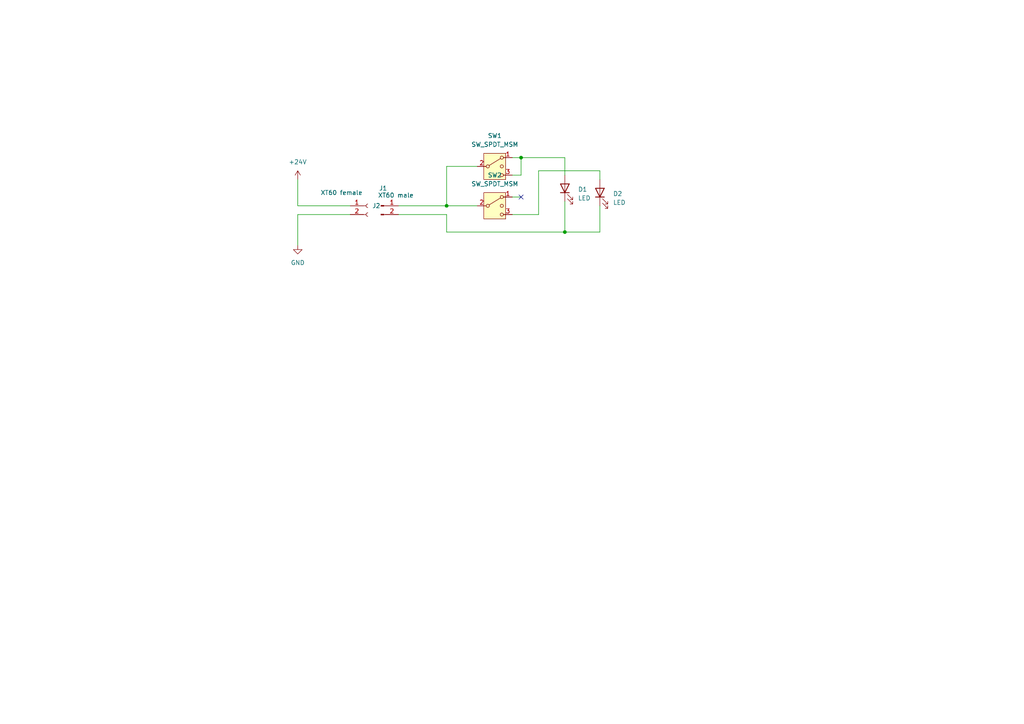
<source format=kicad_sch>
(kicad_sch
	(version 20231120)
	(generator "eeschema")
	(generator_version "8.0")
	(uuid "1487c1b6-c8ad-47b7-83a7-d1e8aedeb0bd")
	(paper "A4")
	(lib_symbols
		(symbol "Connector:Conn_01x02_Pin"
			(pin_names
				(offset 1.016) hide)
			(exclude_from_sim no)
			(in_bom yes)
			(on_board yes)
			(property "Reference" "J"
				(at 0 2.54 0)
				(effects
					(font
						(size 1.27 1.27)
					)
				)
			)
			(property "Value" "Conn_01x02_Pin"
				(at 0 -5.08 0)
				(effects
					(font
						(size 1.27 1.27)
					)
				)
			)
			(property "Footprint" ""
				(at 0 0 0)
				(effects
					(font
						(size 1.27 1.27)
					)
					(hide yes)
				)
			)
			(property "Datasheet" "~"
				(at 0 0 0)
				(effects
					(font
						(size 1.27 1.27)
					)
					(hide yes)
				)
			)
			(property "Description" "Generic connector, single row, 01x02, script generated"
				(at 0 0 0)
				(effects
					(font
						(size 1.27 1.27)
					)
					(hide yes)
				)
			)
			(property "ki_locked" ""
				(at 0 0 0)
				(effects
					(font
						(size 1.27 1.27)
					)
				)
			)
			(property "ki_keywords" "connector"
				(at 0 0 0)
				(effects
					(font
						(size 1.27 1.27)
					)
					(hide yes)
				)
			)
			(property "ki_fp_filters" "Connector*:*_1x??_*"
				(at 0 0 0)
				(effects
					(font
						(size 1.27 1.27)
					)
					(hide yes)
				)
			)
			(symbol "Conn_01x02_Pin_1_1"
				(polyline
					(pts
						(xy 1.27 -2.54) (xy 0.8636 -2.54)
					)
					(stroke
						(width 0.1524)
						(type default)
					)
					(fill
						(type none)
					)
				)
				(polyline
					(pts
						(xy 1.27 0) (xy 0.8636 0)
					)
					(stroke
						(width 0.1524)
						(type default)
					)
					(fill
						(type none)
					)
				)
				(rectangle
					(start 0.8636 -2.413)
					(end 0 -2.667)
					(stroke
						(width 0.1524)
						(type default)
					)
					(fill
						(type outline)
					)
				)
				(rectangle
					(start 0.8636 0.127)
					(end 0 -0.127)
					(stroke
						(width 0.1524)
						(type default)
					)
					(fill
						(type outline)
					)
				)
				(pin passive line
					(at 5.08 0 180)
					(length 3.81)
					(name "Pin_1"
						(effects
							(font
								(size 1.27 1.27)
							)
						)
					)
					(number "1"
						(effects
							(font
								(size 1.27 1.27)
							)
						)
					)
				)
				(pin passive line
					(at 5.08 -2.54 180)
					(length 3.81)
					(name "Pin_2"
						(effects
							(font
								(size 1.27 1.27)
							)
						)
					)
					(number "2"
						(effects
							(font
								(size 1.27 1.27)
							)
						)
					)
				)
			)
		)
		(symbol "Connector:Conn_01x02_Socket"
			(pin_names
				(offset 1.016) hide)
			(exclude_from_sim no)
			(in_bom yes)
			(on_board yes)
			(property "Reference" "J"
				(at 0 2.54 0)
				(effects
					(font
						(size 1.27 1.27)
					)
				)
			)
			(property "Value" "Conn_01x02_Socket"
				(at 0 -5.08 0)
				(effects
					(font
						(size 1.27 1.27)
					)
				)
			)
			(property "Footprint" ""
				(at 0 0 0)
				(effects
					(font
						(size 1.27 1.27)
					)
					(hide yes)
				)
			)
			(property "Datasheet" "~"
				(at 0 0 0)
				(effects
					(font
						(size 1.27 1.27)
					)
					(hide yes)
				)
			)
			(property "Description" "Generic connector, single row, 01x02, script generated"
				(at 0 0 0)
				(effects
					(font
						(size 1.27 1.27)
					)
					(hide yes)
				)
			)
			(property "ki_locked" ""
				(at 0 0 0)
				(effects
					(font
						(size 1.27 1.27)
					)
				)
			)
			(property "ki_keywords" "connector"
				(at 0 0 0)
				(effects
					(font
						(size 1.27 1.27)
					)
					(hide yes)
				)
			)
			(property "ki_fp_filters" "Connector*:*_1x??_*"
				(at 0 0 0)
				(effects
					(font
						(size 1.27 1.27)
					)
					(hide yes)
				)
			)
			(symbol "Conn_01x02_Socket_1_1"
				(arc
					(start 0 -2.032)
					(mid -0.5058 -2.54)
					(end 0 -3.048)
					(stroke
						(width 0.1524)
						(type default)
					)
					(fill
						(type none)
					)
				)
				(polyline
					(pts
						(xy -1.27 -2.54) (xy -0.508 -2.54)
					)
					(stroke
						(width 0.1524)
						(type default)
					)
					(fill
						(type none)
					)
				)
				(polyline
					(pts
						(xy -1.27 0) (xy -0.508 0)
					)
					(stroke
						(width 0.1524)
						(type default)
					)
					(fill
						(type none)
					)
				)
				(arc
					(start 0 0.508)
					(mid -0.5058 0)
					(end 0 -0.508)
					(stroke
						(width 0.1524)
						(type default)
					)
					(fill
						(type none)
					)
				)
				(pin passive line
					(at -5.08 0 0)
					(length 3.81)
					(name "Pin_1"
						(effects
							(font
								(size 1.27 1.27)
							)
						)
					)
					(number "1"
						(effects
							(font
								(size 1.27 1.27)
							)
						)
					)
				)
				(pin passive line
					(at -5.08 -2.54 0)
					(length 3.81)
					(name "Pin_2"
						(effects
							(font
								(size 1.27 1.27)
							)
						)
					)
					(number "2"
						(effects
							(font
								(size 1.27 1.27)
							)
						)
					)
				)
			)
		)
		(symbol "Device:LED"
			(pin_numbers hide)
			(pin_names
				(offset 1.016) hide)
			(exclude_from_sim no)
			(in_bom yes)
			(on_board yes)
			(property "Reference" "D"
				(at 0 2.54 0)
				(effects
					(font
						(size 1.27 1.27)
					)
				)
			)
			(property "Value" "LED"
				(at 0 -2.54 0)
				(effects
					(font
						(size 1.27 1.27)
					)
				)
			)
			(property "Footprint" ""
				(at 0 0 0)
				(effects
					(font
						(size 1.27 1.27)
					)
					(hide yes)
				)
			)
			(property "Datasheet" "~"
				(at 0 0 0)
				(effects
					(font
						(size 1.27 1.27)
					)
					(hide yes)
				)
			)
			(property "Description" "Light emitting diode"
				(at 0 0 0)
				(effects
					(font
						(size 1.27 1.27)
					)
					(hide yes)
				)
			)
			(property "ki_keywords" "LED diode"
				(at 0 0 0)
				(effects
					(font
						(size 1.27 1.27)
					)
					(hide yes)
				)
			)
			(property "ki_fp_filters" "LED* LED_SMD:* LED_THT:*"
				(at 0 0 0)
				(effects
					(font
						(size 1.27 1.27)
					)
					(hide yes)
				)
			)
			(symbol "LED_0_1"
				(polyline
					(pts
						(xy -1.27 -1.27) (xy -1.27 1.27)
					)
					(stroke
						(width 0.254)
						(type default)
					)
					(fill
						(type none)
					)
				)
				(polyline
					(pts
						(xy -1.27 0) (xy 1.27 0)
					)
					(stroke
						(width 0)
						(type default)
					)
					(fill
						(type none)
					)
				)
				(polyline
					(pts
						(xy 1.27 -1.27) (xy 1.27 1.27) (xy -1.27 0) (xy 1.27 -1.27)
					)
					(stroke
						(width 0.254)
						(type default)
					)
					(fill
						(type none)
					)
				)
				(polyline
					(pts
						(xy -3.048 -0.762) (xy -4.572 -2.286) (xy -3.81 -2.286) (xy -4.572 -2.286) (xy -4.572 -1.524)
					)
					(stroke
						(width 0)
						(type default)
					)
					(fill
						(type none)
					)
				)
				(polyline
					(pts
						(xy -1.778 -0.762) (xy -3.302 -2.286) (xy -2.54 -2.286) (xy -3.302 -2.286) (xy -3.302 -1.524)
					)
					(stroke
						(width 0)
						(type default)
					)
					(fill
						(type none)
					)
				)
			)
			(symbol "LED_1_1"
				(pin passive line
					(at -3.81 0 0)
					(length 2.54)
					(name "K"
						(effects
							(font
								(size 1.27 1.27)
							)
						)
					)
					(number "1"
						(effects
							(font
								(size 1.27 1.27)
							)
						)
					)
				)
				(pin passive line
					(at 3.81 0 180)
					(length 2.54)
					(name "A"
						(effects
							(font
								(size 1.27 1.27)
							)
						)
					)
					(number "2"
						(effects
							(font
								(size 1.27 1.27)
							)
						)
					)
				)
			)
		)
		(symbol "Switch:SW_SPDT_MSM"
			(pin_names
				(offset 0) hide)
			(exclude_from_sim no)
			(in_bom yes)
			(on_board yes)
			(property "Reference" "SW"
				(at 0 5.08 0)
				(effects
					(font
						(size 1.27 1.27)
					)
				)
			)
			(property "Value" "SW_SPDT_MSM"
				(at 0 -5.08 0)
				(effects
					(font
						(size 1.27 1.27)
					)
				)
			)
			(property "Footprint" ""
				(at -13.97 11.43 0)
				(effects
					(font
						(size 1.27 1.27)
					)
					(hide yes)
				)
			)
			(property "Datasheet" "~"
				(at 0 -7.62 0)
				(effects
					(font
						(size 1.27 1.27)
					)
					(hide yes)
				)
			)
			(property "Description" "Switch, single pole double throw, center OFF position"
				(at 0 0 0)
				(effects
					(font
						(size 1.27 1.27)
					)
					(hide yes)
				)
			)
			(property "ki_keywords" "switch spdt single-pole double-throw ON-OFF-ON"
				(at 0 0 0)
				(effects
					(font
						(size 1.27 1.27)
					)
					(hide yes)
				)
			)
			(symbol "SW_SPDT_MSM_0_1"
				(circle
					(center -2.032 0)
					(radius 0.4572)
					(stroke
						(width 0)
						(type default)
					)
					(fill
						(type none)
					)
				)
				(polyline
					(pts
						(xy -1.651 0.254) (xy 1.651 2.286)
					)
					(stroke
						(width 0)
						(type default)
					)
					(fill
						(type none)
					)
				)
				(circle
					(center 2.032 -2.54)
					(radius 0.4572)
					(stroke
						(width 0)
						(type default)
					)
					(fill
						(type none)
					)
				)
				(circle
					(center 2.032 0)
					(radius 0.4572)
					(stroke
						(width 0)
						(type default)
					)
					(fill
						(type none)
					)
				)
				(circle
					(center 2.032 2.54)
					(radius 0.4572)
					(stroke
						(width 0)
						(type default)
					)
					(fill
						(type none)
					)
				)
			)
			(symbol "SW_SPDT_MSM_1_1"
				(rectangle
					(start -3.175 3.81)
					(end 3.175 -3.81)
					(stroke
						(width 0)
						(type default)
					)
					(fill
						(type background)
					)
				)
				(pin passive line
					(at 5.08 2.54 180)
					(length 2.54)
					(name "1"
						(effects
							(font
								(size 1.27 1.27)
							)
						)
					)
					(number "1"
						(effects
							(font
								(size 1.27 1.27)
							)
						)
					)
				)
				(pin passive line
					(at -5.08 0 0)
					(length 2.54)
					(name "3"
						(effects
							(font
								(size 1.27 1.27)
							)
						)
					)
					(number "2"
						(effects
							(font
								(size 1.27 1.27)
							)
						)
					)
				)
				(pin passive line
					(at 5.08 -2.54 180)
					(length 2.54)
					(name "4"
						(effects
							(font
								(size 1.27 1.27)
							)
						)
					)
					(number "3"
						(effects
							(font
								(size 1.27 1.27)
							)
						)
					)
				)
			)
		)
		(symbol "power:+24V"
			(power)
			(pin_numbers hide)
			(pin_names
				(offset 0) hide)
			(exclude_from_sim no)
			(in_bom yes)
			(on_board yes)
			(property "Reference" "#PWR"
				(at 0 -3.81 0)
				(effects
					(font
						(size 1.27 1.27)
					)
					(hide yes)
				)
			)
			(property "Value" "+24V"
				(at 0 3.556 0)
				(effects
					(font
						(size 1.27 1.27)
					)
				)
			)
			(property "Footprint" ""
				(at 0 0 0)
				(effects
					(font
						(size 1.27 1.27)
					)
					(hide yes)
				)
			)
			(property "Datasheet" ""
				(at 0 0 0)
				(effects
					(font
						(size 1.27 1.27)
					)
					(hide yes)
				)
			)
			(property "Description" "Power symbol creates a global label with name \"+24V\""
				(at 0 0 0)
				(effects
					(font
						(size 1.27 1.27)
					)
					(hide yes)
				)
			)
			(property "ki_keywords" "global power"
				(at 0 0 0)
				(effects
					(font
						(size 1.27 1.27)
					)
					(hide yes)
				)
			)
			(symbol "+24V_0_1"
				(polyline
					(pts
						(xy -0.762 1.27) (xy 0 2.54)
					)
					(stroke
						(width 0)
						(type default)
					)
					(fill
						(type none)
					)
				)
				(polyline
					(pts
						(xy 0 0) (xy 0 2.54)
					)
					(stroke
						(width 0)
						(type default)
					)
					(fill
						(type none)
					)
				)
				(polyline
					(pts
						(xy 0 2.54) (xy 0.762 1.27)
					)
					(stroke
						(width 0)
						(type default)
					)
					(fill
						(type none)
					)
				)
			)
			(symbol "+24V_1_1"
				(pin power_in line
					(at 0 0 90)
					(length 0)
					(name "~"
						(effects
							(font
								(size 1.27 1.27)
							)
						)
					)
					(number "1"
						(effects
							(font
								(size 1.27 1.27)
							)
						)
					)
				)
			)
		)
		(symbol "power:GND"
			(power)
			(pin_numbers hide)
			(pin_names
				(offset 0) hide)
			(exclude_from_sim no)
			(in_bom yes)
			(on_board yes)
			(property "Reference" "#PWR"
				(at 0 -6.35 0)
				(effects
					(font
						(size 1.27 1.27)
					)
					(hide yes)
				)
			)
			(property "Value" "GND"
				(at 0 -3.81 0)
				(effects
					(font
						(size 1.27 1.27)
					)
				)
			)
			(property "Footprint" ""
				(at 0 0 0)
				(effects
					(font
						(size 1.27 1.27)
					)
					(hide yes)
				)
			)
			(property "Datasheet" ""
				(at 0 0 0)
				(effects
					(font
						(size 1.27 1.27)
					)
					(hide yes)
				)
			)
			(property "Description" "Power symbol creates a global label with name \"GND\" , ground"
				(at 0 0 0)
				(effects
					(font
						(size 1.27 1.27)
					)
					(hide yes)
				)
			)
			(property "ki_keywords" "global power"
				(at 0 0 0)
				(effects
					(font
						(size 1.27 1.27)
					)
					(hide yes)
				)
			)
			(symbol "GND_0_1"
				(polyline
					(pts
						(xy 0 0) (xy 0 -1.27) (xy 1.27 -1.27) (xy 0 -2.54) (xy -1.27 -1.27) (xy 0 -1.27)
					)
					(stroke
						(width 0)
						(type default)
					)
					(fill
						(type none)
					)
				)
			)
			(symbol "GND_1_1"
				(pin power_in line
					(at 0 0 270)
					(length 0)
					(name "~"
						(effects
							(font
								(size 1.27 1.27)
							)
						)
					)
					(number "1"
						(effects
							(font
								(size 1.27 1.27)
							)
						)
					)
				)
			)
		)
	)
	(junction
		(at 163.83 67.31)
		(diameter 0)
		(color 0 0 0 0)
		(uuid "4949058a-9b42-439d-8360-02dae6af581b")
	)
	(junction
		(at 151.13 45.72)
		(diameter 0)
		(color 0 0 0 0)
		(uuid "74639d77-50bf-4769-a88c-f4cbf52f773a")
	)
	(junction
		(at 129.54 59.69)
		(diameter 0)
		(color 0 0 0 0)
		(uuid "d94be8fe-36e2-4f05-811d-4ca71338ac41")
	)
	(no_connect
		(at 151.13 57.15)
		(uuid "2d283897-6804-43dd-9b1b-bf2bfe327814")
	)
	(wire
		(pts
			(xy 151.13 45.72) (xy 163.83 45.72)
		)
		(stroke
			(width 0)
			(type default)
		)
		(uuid "063fa3e8-d952-486d-a75e-cd19511bbff7")
	)
	(wire
		(pts
			(xy 86.36 59.69) (xy 101.6 59.69)
		)
		(stroke
			(width 0)
			(type default)
		)
		(uuid "0e6834ad-b9f5-4d73-b2d5-040d6dc49c2e")
	)
	(wire
		(pts
			(xy 129.54 62.23) (xy 115.57 62.23)
		)
		(stroke
			(width 0)
			(type default)
		)
		(uuid "1744dad8-5ea6-4dbd-834b-063d349243ba")
	)
	(wire
		(pts
			(xy 148.59 50.8) (xy 151.13 50.8)
		)
		(stroke
			(width 0)
			(type default)
		)
		(uuid "2010a547-4bc6-4a1b-9f02-201badd3f381")
	)
	(wire
		(pts
			(xy 86.36 62.23) (xy 101.6 62.23)
		)
		(stroke
			(width 0)
			(type default)
		)
		(uuid "2e7f4142-cf67-4e59-99da-952c7b1088e8")
	)
	(wire
		(pts
			(xy 86.36 52.07) (xy 86.36 59.69)
		)
		(stroke
			(width 0)
			(type default)
		)
		(uuid "3f8f8ed7-3875-4b55-b9e7-26e55a2a8ae1")
	)
	(wire
		(pts
			(xy 148.59 57.15) (xy 151.13 57.15)
		)
		(stroke
			(width 0)
			(type default)
		)
		(uuid "47d2d2e0-2205-4c19-83b0-6da8551199e6")
	)
	(wire
		(pts
			(xy 173.99 59.69) (xy 173.99 67.31)
		)
		(stroke
			(width 0)
			(type default)
		)
		(uuid "66972004-5812-4cb1-882a-3bcc082a5402")
	)
	(wire
		(pts
			(xy 129.54 48.26) (xy 138.43 48.26)
		)
		(stroke
			(width 0)
			(type default)
		)
		(uuid "6c6e0234-5590-4614-9e17-e75042d52c78")
	)
	(wire
		(pts
			(xy 163.83 67.31) (xy 173.99 67.31)
		)
		(stroke
			(width 0)
			(type default)
		)
		(uuid "7110df56-59c1-414a-a1e9-68e6b51c2649")
	)
	(wire
		(pts
			(xy 86.36 71.12) (xy 86.36 62.23)
		)
		(stroke
			(width 0)
			(type default)
		)
		(uuid "87e06a25-8c30-45cd-8f2f-b0b96135a5da")
	)
	(wire
		(pts
			(xy 129.54 59.69) (xy 129.54 48.26)
		)
		(stroke
			(width 0)
			(type default)
		)
		(uuid "94ad02a5-da33-465e-b6e0-409f711c3173")
	)
	(wire
		(pts
			(xy 163.83 58.42) (xy 163.83 67.31)
		)
		(stroke
			(width 0)
			(type default)
		)
		(uuid "9c7025df-b13e-4d55-be34-87ee680fd627")
	)
	(wire
		(pts
			(xy 163.83 45.72) (xy 163.83 50.8)
		)
		(stroke
			(width 0)
			(type default)
		)
		(uuid "b1891451-6f01-4f97-9223-158a438d4747")
	)
	(wire
		(pts
			(xy 129.54 67.31) (xy 163.83 67.31)
		)
		(stroke
			(width 0)
			(type default)
		)
		(uuid "b259e990-707e-4439-964f-5123113b67e2")
	)
	(wire
		(pts
			(xy 115.57 59.69) (xy 129.54 59.69)
		)
		(stroke
			(width 0)
			(type default)
		)
		(uuid "ba40d657-cac2-4b6a-bee2-30b47717a5d9")
	)
	(wire
		(pts
			(xy 148.59 45.72) (xy 151.13 45.72)
		)
		(stroke
			(width 0)
			(type default)
		)
		(uuid "c85e89aa-775c-4713-871c-1e4799dc4f0b")
	)
	(wire
		(pts
			(xy 156.21 49.53) (xy 156.21 62.23)
		)
		(stroke
			(width 0)
			(type default)
		)
		(uuid "ccca019c-5eda-4a3d-92da-ae5b151afaab")
	)
	(wire
		(pts
			(xy 156.21 49.53) (xy 173.99 49.53)
		)
		(stroke
			(width 0)
			(type default)
		)
		(uuid "d04eb8be-4848-4caf-a2b9-44220dd00ded")
	)
	(wire
		(pts
			(xy 151.13 50.8) (xy 151.13 45.72)
		)
		(stroke
			(width 0)
			(type default)
		)
		(uuid "d754ae00-a174-4b67-baf5-32b6c3ef4d8a")
	)
	(wire
		(pts
			(xy 129.54 59.69) (xy 138.43 59.69)
		)
		(stroke
			(width 0)
			(type default)
		)
		(uuid "db28167a-03b9-4b32-a1cb-18a48036b29b")
	)
	(wire
		(pts
			(xy 156.21 62.23) (xy 148.59 62.23)
		)
		(stroke
			(width 0)
			(type default)
		)
		(uuid "e70935ff-1cfd-4d23-814b-4192128705cd")
	)
	(wire
		(pts
			(xy 129.54 67.31) (xy 129.54 62.23)
		)
		(stroke
			(width 0)
			(type default)
		)
		(uuid "eb08c8d8-8f85-4f61-bee2-4c9d4782ef89")
	)
	(wire
		(pts
			(xy 173.99 49.53) (xy 173.99 52.07)
		)
		(stroke
			(width 0)
			(type default)
		)
		(uuid "f8dfd025-65e7-4450-ac86-ee36119e7c50")
	)
	(symbol
		(lib_id "Device:LED")
		(at 173.99 55.88 90)
		(unit 1)
		(exclude_from_sim no)
		(in_bom yes)
		(on_board yes)
		(dnp no)
		(fields_autoplaced yes)
		(uuid "0ac2ab9e-a815-4fc4-9577-83cf009cdfe0")
		(property "Reference" "D2"
			(at 177.8 56.1974 90)
			(effects
				(font
					(size 1.27 1.27)
				)
				(justify right)
			)
		)
		(property "Value" "LED"
			(at 177.8 58.7374 90)
			(effects
				(font
					(size 1.27 1.27)
				)
				(justify right)
			)
		)
		(property "Footprint" ""
			(at 173.99 55.88 0)
			(effects
				(font
					(size 1.27 1.27)
				)
				(hide yes)
			)
		)
		(property "Datasheet" "~"
			(at 173.99 55.88 0)
			(effects
				(font
					(size 1.27 1.27)
				)
				(hide yes)
			)
		)
		(property "Description" "Light emitting diode"
			(at 173.99 55.88 0)
			(effects
				(font
					(size 1.27 1.27)
				)
				(hide yes)
			)
		)
		(pin "2"
			(uuid "d291c7fe-afc4-4914-be08-5d72db272e61")
		)
		(pin "1"
			(uuid "db754fdf-c9d3-408a-b5df-76dde664bb0a")
		)
		(instances
			(project "led-wiring"
				(path "/1487c1b6-c8ad-47b7-83a7-d1e8aedeb0bd"
					(reference "D2")
					(unit 1)
				)
			)
		)
	)
	(symbol
		(lib_id "power:+24V")
		(at 86.36 52.07 0)
		(unit 1)
		(exclude_from_sim no)
		(in_bom yes)
		(on_board yes)
		(dnp no)
		(fields_autoplaced yes)
		(uuid "114bcccf-455d-40f5-9034-18896db1e02f")
		(property "Reference" "#PWR01"
			(at 86.36 55.88 0)
			(effects
				(font
					(size 1.27 1.27)
				)
				(hide yes)
			)
		)
		(property "Value" "+24V"
			(at 86.36 46.99 0)
			(effects
				(font
					(size 1.27 1.27)
				)
			)
		)
		(property "Footprint" ""
			(at 86.36 52.07 0)
			(effects
				(font
					(size 1.27 1.27)
				)
				(hide yes)
			)
		)
		(property "Datasheet" ""
			(at 86.36 52.07 0)
			(effects
				(font
					(size 1.27 1.27)
				)
				(hide yes)
			)
		)
		(property "Description" "Power symbol creates a global label with name \"+24V\""
			(at 86.36 52.07 0)
			(effects
				(font
					(size 1.27 1.27)
				)
				(hide yes)
			)
		)
		(pin "1"
			(uuid "8b817c8e-7923-414f-8015-ee129b6efc2f")
		)
		(instances
			(project "led-wiring"
				(path "/1487c1b6-c8ad-47b7-83a7-d1e8aedeb0bd"
					(reference "#PWR01")
					(unit 1)
				)
			)
		)
	)
	(symbol
		(lib_id "Switch:SW_SPDT_MSM")
		(at 143.51 48.26 0)
		(unit 1)
		(exclude_from_sim no)
		(in_bom yes)
		(on_board yes)
		(dnp no)
		(fields_autoplaced yes)
		(uuid "46a6f533-c49d-43f5-9031-2deb57ba6d3a")
		(property "Reference" "SW1"
			(at 143.51 39.37 0)
			(effects
				(font
					(size 1.27 1.27)
				)
			)
		)
		(property "Value" "SW_SPDT_MSM"
			(at 143.51 41.91 0)
			(effects
				(font
					(size 1.27 1.27)
				)
			)
		)
		(property "Footprint" ""
			(at 129.54 36.83 0)
			(effects
				(font
					(size 1.27 1.27)
				)
				(hide yes)
			)
		)
		(property "Datasheet" "~"
			(at 143.51 55.88 0)
			(effects
				(font
					(size 1.27 1.27)
				)
				(hide yes)
			)
		)
		(property "Description" "Switch, single pole double throw, center OFF position"
			(at 143.51 48.26 0)
			(effects
				(font
					(size 1.27 1.27)
				)
				(hide yes)
			)
		)
		(pin "1"
			(uuid "e55552d2-f941-4891-bbaa-06b6a2359aa4")
		)
		(pin "3"
			(uuid "6ba00b33-018f-4f86-9cf1-031e6db54af0")
		)
		(pin "2"
			(uuid "89968f1c-b8dd-44b9-ad70-54419d105a3b")
		)
		(instances
			(project "led-wiring"
				(path "/1487c1b6-c8ad-47b7-83a7-d1e8aedeb0bd"
					(reference "SW1")
					(unit 1)
				)
			)
		)
	)
	(symbol
		(lib_id "Connector:Conn_01x02_Socket")
		(at 106.68 59.69 0)
		(unit 1)
		(exclude_from_sim no)
		(in_bom yes)
		(on_board yes)
		(dnp no)
		(uuid "57ca4c56-f001-45d8-9b27-e3b594675bdd")
		(property "Reference" "J2"
			(at 107.95 59.6899 0)
			(effects
				(font
					(size 1.27 1.27)
				)
				(justify left)
			)
		)
		(property "Value" "XT60 female"
			(at 92.964 55.88 0)
			(effects
				(font
					(size 1.27 1.27)
				)
				(justify left)
			)
		)
		(property "Footprint" ""
			(at 106.68 59.69 0)
			(effects
				(font
					(size 1.27 1.27)
				)
				(hide yes)
			)
		)
		(property "Datasheet" "~"
			(at 106.68 59.69 0)
			(effects
				(font
					(size 1.27 1.27)
				)
				(hide yes)
			)
		)
		(property "Description" "Generic connector, single row, 01x02, script generated"
			(at 106.68 59.69 0)
			(effects
				(font
					(size 1.27 1.27)
				)
				(hide yes)
			)
		)
		(pin "2"
			(uuid "a69e0453-c902-4944-ae3f-d6fc1349a4c0")
		)
		(pin "1"
			(uuid "48abbf12-3d21-4b4a-addb-42d03f68e954")
		)
		(instances
			(project "led-wiring"
				(path "/1487c1b6-c8ad-47b7-83a7-d1e8aedeb0bd"
					(reference "J2")
					(unit 1)
				)
			)
		)
	)
	(symbol
		(lib_id "Connector:Conn_01x02_Pin")
		(at 110.49 59.69 0)
		(unit 1)
		(exclude_from_sim no)
		(in_bom yes)
		(on_board yes)
		(dnp no)
		(uuid "815baa5e-83f1-45a0-ab00-028615bfe8fa")
		(property "Reference" "J1"
			(at 111.125 54.61 0)
			(effects
				(font
					(size 1.27 1.27)
				)
			)
		)
		(property "Value" "XT60 male"
			(at 114.808 56.642 0)
			(effects
				(font
					(size 1.27 1.27)
				)
			)
		)
		(property "Footprint" ""
			(at 110.49 59.69 0)
			(effects
				(font
					(size 1.27 1.27)
				)
				(hide yes)
			)
		)
		(property "Datasheet" "~"
			(at 110.49 59.69 0)
			(effects
				(font
					(size 1.27 1.27)
				)
				(hide yes)
			)
		)
		(property "Description" "Generic connector, single row, 01x02, script generated"
			(at 110.49 59.69 0)
			(effects
				(font
					(size 1.27 1.27)
				)
				(hide yes)
			)
		)
		(pin "1"
			(uuid "08fd1706-fc35-4573-9ade-12aac2c6874c")
		)
		(pin "2"
			(uuid "29609fd2-eb01-4e72-ba75-ddc573fa99ba")
		)
		(instances
			(project "led-wiring"
				(path "/1487c1b6-c8ad-47b7-83a7-d1e8aedeb0bd"
					(reference "J1")
					(unit 1)
				)
			)
		)
	)
	(symbol
		(lib_id "power:GND")
		(at 86.36 71.12 0)
		(unit 1)
		(exclude_from_sim no)
		(in_bom yes)
		(on_board yes)
		(dnp no)
		(fields_autoplaced yes)
		(uuid "8a82915f-95ef-44a1-90f0-5c9b8d261a05")
		(property "Reference" "#PWR02"
			(at 86.36 77.47 0)
			(effects
				(font
					(size 1.27 1.27)
				)
				(hide yes)
			)
		)
		(property "Value" "GND"
			(at 86.36 76.2 0)
			(effects
				(font
					(size 1.27 1.27)
				)
			)
		)
		(property "Footprint" ""
			(at 86.36 71.12 0)
			(effects
				(font
					(size 1.27 1.27)
				)
				(hide yes)
			)
		)
		(property "Datasheet" ""
			(at 86.36 71.12 0)
			(effects
				(font
					(size 1.27 1.27)
				)
				(hide yes)
			)
		)
		(property "Description" "Power symbol creates a global label with name \"GND\" , ground"
			(at 86.36 71.12 0)
			(effects
				(font
					(size 1.27 1.27)
				)
				(hide yes)
			)
		)
		(pin "1"
			(uuid "fad60bd4-c58a-4a07-b19b-5c8c7c37a10a")
		)
		(instances
			(project "led-wiring"
				(path "/1487c1b6-c8ad-47b7-83a7-d1e8aedeb0bd"
					(reference "#PWR02")
					(unit 1)
				)
			)
		)
	)
	(symbol
		(lib_id "Device:LED")
		(at 163.83 54.61 90)
		(unit 1)
		(exclude_from_sim no)
		(in_bom yes)
		(on_board yes)
		(dnp no)
		(fields_autoplaced yes)
		(uuid "ac3845c3-55db-42e0-90d7-03c6a9d5d36a")
		(property "Reference" "D1"
			(at 167.64 54.9274 90)
			(effects
				(font
					(size 1.27 1.27)
				)
				(justify right)
			)
		)
		(property "Value" "LED"
			(at 167.64 57.4674 90)
			(effects
				(font
					(size 1.27 1.27)
				)
				(justify right)
			)
		)
		(property "Footprint" ""
			(at 163.83 54.61 0)
			(effects
				(font
					(size 1.27 1.27)
				)
				(hide yes)
			)
		)
		(property "Datasheet" "~"
			(at 163.83 54.61 0)
			(effects
				(font
					(size 1.27 1.27)
				)
				(hide yes)
			)
		)
		(property "Description" "Light emitting diode"
			(at 163.83 54.61 0)
			(effects
				(font
					(size 1.27 1.27)
				)
				(hide yes)
			)
		)
		(pin "2"
			(uuid "042c3d3b-bac9-4da8-b734-2a7426ef68da")
		)
		(pin "1"
			(uuid "6d1be5fb-5501-41d9-84cd-f654105bb330")
		)
		(instances
			(project "led-wiring"
				(path "/1487c1b6-c8ad-47b7-83a7-d1e8aedeb0bd"
					(reference "D1")
					(unit 1)
				)
			)
		)
	)
	(symbol
		(lib_id "Switch:SW_SPDT_MSM")
		(at 143.51 59.69 0)
		(unit 1)
		(exclude_from_sim no)
		(in_bom yes)
		(on_board yes)
		(dnp no)
		(fields_autoplaced yes)
		(uuid "e1d1d965-18d0-4007-b34c-7ed0d5728865")
		(property "Reference" "SW2"
			(at 143.51 50.8 0)
			(effects
				(font
					(size 1.27 1.27)
				)
			)
		)
		(property "Value" "SW_SPDT_MSM"
			(at 143.51 53.34 0)
			(effects
				(font
					(size 1.27 1.27)
				)
			)
		)
		(property "Footprint" ""
			(at 129.54 48.26 0)
			(effects
				(font
					(size 1.27 1.27)
				)
				(hide yes)
			)
		)
		(property "Datasheet" "~"
			(at 143.51 67.31 0)
			(effects
				(font
					(size 1.27 1.27)
				)
				(hide yes)
			)
		)
		(property "Description" "Switch, single pole double throw, center OFF position"
			(at 143.51 59.69 0)
			(effects
				(font
					(size 1.27 1.27)
				)
				(hide yes)
			)
		)
		(pin "1"
			(uuid "e55552d2-f941-4891-bbaa-06b6a2359aa4")
		)
		(pin "3"
			(uuid "6ba00b33-018f-4f86-9cf1-031e6db54af0")
		)
		(pin "2"
			(uuid "89968f1c-b8dd-44b9-ad70-54419d105a3b")
		)
		(instances
			(project "led-wiring"
				(path "/1487c1b6-c8ad-47b7-83a7-d1e8aedeb0bd"
					(reference "SW2")
					(unit 1)
				)
			)
		)
	)
	(sheet_instances
		(path "/"
			(page "1")
		)
	)
)
</source>
